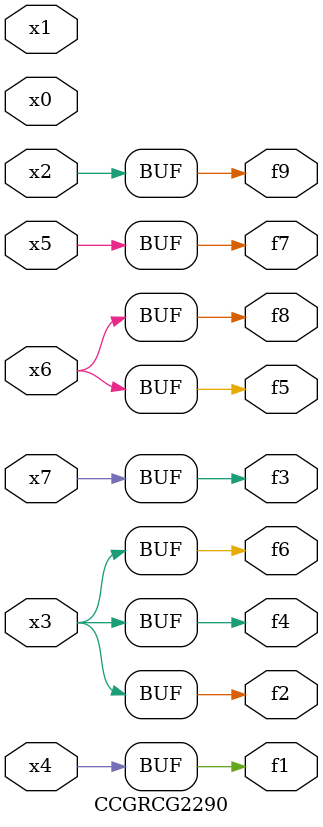
<source format=v>
module CCGRCG2290(
	input x0, x1, x2, x3, x4, x5, x6, x7,
	output f1, f2, f3, f4, f5, f6, f7, f8, f9
);
	assign f1 = x4;
	assign f2 = x3;
	assign f3 = x7;
	assign f4 = x3;
	assign f5 = x6;
	assign f6 = x3;
	assign f7 = x5;
	assign f8 = x6;
	assign f9 = x2;
endmodule

</source>
